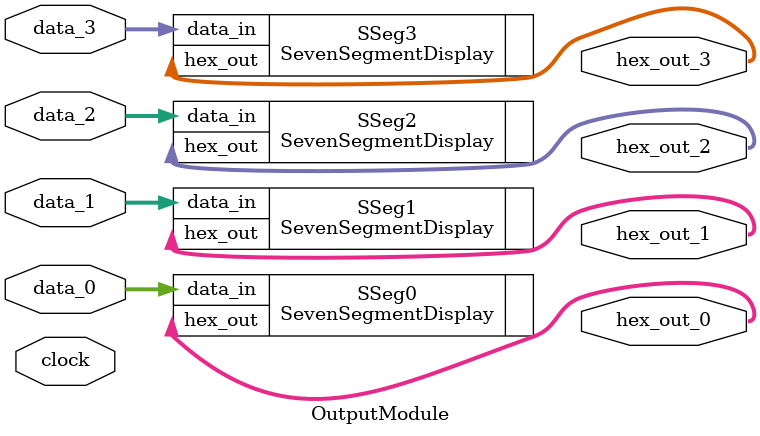
<source format=v>
module OutputModule(
    input clock,
    input [3:0] data_0, data_1, data_2, data_3,
    output [6:0] hex_out_0, hex_out_1, hex_out_2, hex_out_3
);

    SevenSegmentDisplay SSeg0(
        .data_in (data_0),
        .hex_out (hex_out_0)
    );

    SevenSegmentDisplay SSeg1(
        .data_in (data_1),
        .hex_out (hex_out_1)
    );

    SevenSegmentDisplay SSeg2(
        .data_in (data_2),
        .hex_out (hex_out_2)
    );

    SevenSegmentDisplay SSeg3(
        .data_in (data_3),
        .hex_out (hex_out_3)
    );

endmodule 


</source>
